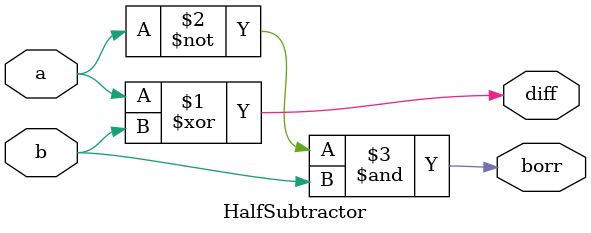
<source format=v>
module HalfSubtractor(a,b,diff,borr); 
input a,b;  
output diff,borr; 
assign diff = (a^b);  
assign borr = (~a&b); 
endmodule 
</source>
